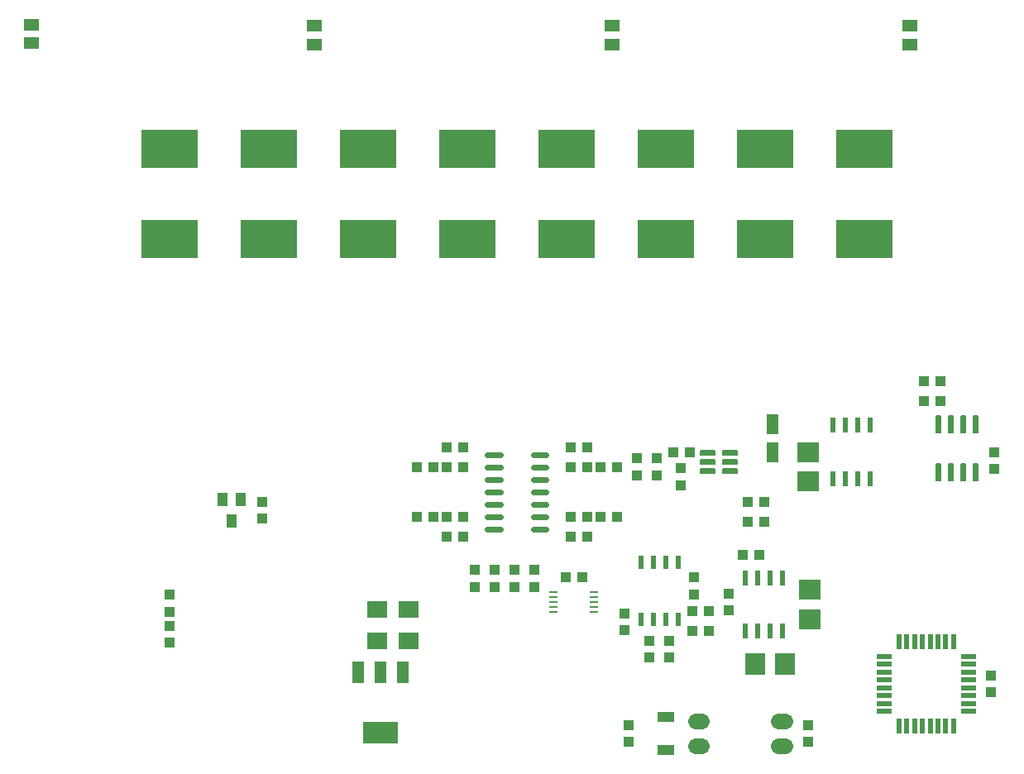
<source format=gbr>
G04 EAGLE Gerber RS-274X export*
G75*
%MOMM*%
%FSLAX34Y34*%
%LPD*%
%INSolderpaste Top*%
%IPPOS*%
%AMOC8*
5,1,8,0,0,1.08239X$1,22.5*%
G01*
%ADD10C,0.600000*%
%ADD11R,1.500000X1.300000*%
%ADD12R,1.000000X1.100000*%
%ADD13R,1.100000X1.000000*%
%ADD14C,0.147500*%
%ADD15R,0.878650X0.251641*%
%ADD16R,0.876600X0.250400*%
%ADD17R,0.875319X0.250016*%
%ADD18R,0.878750X0.249438*%
%ADD19R,0.875531X0.249816*%
%ADD20R,0.874459X0.249709*%
%ADD21R,0.872750X0.249481*%
%ADD22R,0.873809X0.250091*%
%ADD23R,0.874550X0.250172*%
%ADD24R,0.874419X0.250400*%
%ADD25R,1.500000X0.550000*%
%ADD26R,0.550000X1.500000*%
%ADD27R,5.840000X3.940000*%
%ADD28R,0.500000X1.400000*%
%ADD29C,0.150000*%
%ADD30R,0.600000X1.500000*%
%ADD31R,2.000000X2.200000*%
%ADD32R,2.200000X2.000000*%
%ADD33R,1.000000X1.400000*%
%ADD34R,1.219000X2.235000*%
%ADD35R,3.600000X2.200000*%
%ADD36R,2.150000X1.800000*%
%ADD37C,1.600000*%
%ADD38R,1.730000X1.110000*%
%ADD39R,1.200000X2.000000*%


D10*
X592600Y355600D02*
X579600Y355600D01*
X579600Y342900D02*
X592600Y342900D01*
X592600Y330200D02*
X579600Y330200D01*
X579600Y317500D02*
X592600Y317500D01*
X592600Y304800D02*
X579600Y304800D01*
X579600Y292100D02*
X592600Y292100D01*
X592600Y279400D02*
X579600Y279400D01*
X626600Y355600D02*
X639600Y355600D01*
X639600Y342900D02*
X626600Y342900D01*
X626600Y330200D02*
X639600Y330200D01*
X639600Y317500D02*
X626600Y317500D01*
X626600Y304800D02*
X639600Y304800D01*
X639600Y292100D02*
X626600Y292100D01*
X626600Y279400D02*
X639600Y279400D01*
D11*
X113030Y776630D03*
X113030Y795630D03*
D12*
X554600Y342900D03*
X537600Y342900D03*
D13*
X554600Y363220D03*
X537600Y363220D03*
D14*
X797847Y355267D02*
X812473Y355267D01*
X797847Y355267D02*
X797847Y359693D01*
X812473Y359693D01*
X812473Y355267D01*
X812473Y356668D02*
X797847Y356668D01*
X797847Y358069D02*
X812473Y358069D01*
X812473Y359470D02*
X797847Y359470D01*
X797847Y345767D02*
X812473Y345767D01*
X797847Y345767D02*
X797847Y350193D01*
X812473Y350193D01*
X812473Y345767D01*
X812473Y347168D02*
X797847Y347168D01*
X797847Y348569D02*
X812473Y348569D01*
X812473Y349970D02*
X797847Y349970D01*
X797847Y336267D02*
X812473Y336267D01*
X797847Y336267D02*
X797847Y340693D01*
X812473Y340693D01*
X812473Y336267D01*
X812473Y337668D02*
X797847Y337668D01*
X797847Y339069D02*
X812473Y339069D01*
X812473Y340470D02*
X797847Y340470D01*
X820747Y340693D02*
X835373Y340693D01*
X835373Y336267D01*
X820747Y336267D01*
X820747Y340693D01*
X820747Y337668D02*
X835373Y337668D01*
X835373Y339069D02*
X820747Y339069D01*
X820747Y340470D02*
X835373Y340470D01*
X835373Y350193D02*
X820747Y350193D01*
X835373Y350193D02*
X835373Y345767D01*
X820747Y345767D01*
X820747Y350193D01*
X820747Y347168D02*
X835373Y347168D01*
X835373Y348569D02*
X820747Y348569D01*
X820747Y349970D02*
X835373Y349970D01*
X835373Y359693D02*
X820747Y359693D01*
X835373Y359693D02*
X835373Y355267D01*
X820747Y355267D01*
X820747Y359693D01*
X820747Y356668D02*
X835373Y356668D01*
X835373Y358069D02*
X820747Y358069D01*
X820747Y359470D02*
X835373Y359470D01*
D12*
X770010Y358140D03*
X787010Y358140D03*
D13*
X753110Y334400D03*
X753110Y351400D03*
D12*
X732790Y334400D03*
X732790Y351400D03*
D15*
X647377Y214478D03*
D16*
X647387Y209472D03*
D17*
X647393Y204470D03*
D18*
X647376Y199467D03*
D19*
X647392Y194469D03*
D20*
X688648Y194469D03*
D21*
X688656Y199467D03*
D22*
X688651Y204470D03*
D23*
X688647Y209471D03*
D24*
X688648Y214472D03*
D25*
X985700Y148650D03*
X985700Y140650D03*
X985700Y132650D03*
X985700Y124650D03*
X985700Y116650D03*
X985700Y108650D03*
X985700Y100650D03*
X985700Y92650D03*
D26*
X1000700Y77650D03*
X1008700Y77650D03*
X1016700Y77650D03*
X1024700Y77650D03*
X1032700Y77650D03*
X1040700Y77650D03*
X1048700Y77650D03*
X1056700Y77650D03*
D25*
X1071700Y92650D03*
X1071700Y100650D03*
X1071700Y108650D03*
X1071700Y116650D03*
X1071700Y124650D03*
X1071700Y132650D03*
X1071700Y140650D03*
X1071700Y148650D03*
D26*
X1056700Y163650D03*
X1048700Y163650D03*
X1040700Y163650D03*
X1032700Y163650D03*
X1024700Y163650D03*
X1016700Y163650D03*
X1008700Y163650D03*
X1000700Y163650D03*
D12*
X1094740Y112150D03*
X1094740Y129150D03*
X507120Y342900D03*
X524120Y342900D03*
D11*
X402590Y775360D03*
X402590Y794360D03*
D12*
X554600Y292100D03*
X537600Y292100D03*
D13*
X554600Y271780D03*
X537600Y271780D03*
D12*
X507120Y292100D03*
X524120Y292100D03*
D11*
X707390Y775360D03*
X707390Y794360D03*
D12*
X664600Y292100D03*
X681600Y292100D03*
D13*
X664600Y271780D03*
X681600Y271780D03*
D12*
X712080Y292100D03*
X695080Y292100D03*
D11*
X1012190Y775360D03*
X1012190Y794360D03*
D12*
X664600Y342900D03*
X681600Y342900D03*
D13*
X664600Y363220D03*
X681600Y363220D03*
D12*
X712080Y342900D03*
X695080Y342900D03*
D27*
X254000Y576550D03*
X254000Y668050D03*
X355600Y576550D03*
X355600Y668050D03*
X457200Y576550D03*
X457200Y668050D03*
X558800Y576550D03*
X558800Y668050D03*
X660400Y576550D03*
X660400Y668050D03*
X762000Y576550D03*
X762000Y668050D03*
X863600Y576550D03*
X863600Y668050D03*
X965200Y576550D03*
X965200Y668050D03*
D13*
X745490Y147710D03*
X745490Y164710D03*
X720090Y175650D03*
X720090Y192650D03*
X765810Y147710D03*
X765810Y164710D03*
D12*
X806060Y175260D03*
X789060Y175260D03*
D13*
X676520Y229870D03*
X659520Y229870D03*
D12*
X777240Y324240D03*
X777240Y341240D03*
X863210Y307340D03*
X846210Y307340D03*
X863210Y287020D03*
X846210Y287020D03*
D28*
X736600Y186900D03*
X749300Y186900D03*
X762000Y186900D03*
X774700Y186900D03*
X774700Y244900D03*
X762000Y244900D03*
X749300Y244900D03*
X736600Y244900D03*
D29*
X1077250Y377750D02*
X1077250Y395250D01*
X1081750Y395250D01*
X1081750Y377750D01*
X1077250Y377750D01*
X1077250Y379175D02*
X1081750Y379175D01*
X1081750Y380600D02*
X1077250Y380600D01*
X1077250Y382025D02*
X1081750Y382025D01*
X1081750Y383450D02*
X1077250Y383450D01*
X1077250Y384875D02*
X1081750Y384875D01*
X1081750Y386300D02*
X1077250Y386300D01*
X1077250Y387725D02*
X1081750Y387725D01*
X1081750Y389150D02*
X1077250Y389150D01*
X1077250Y390575D02*
X1081750Y390575D01*
X1081750Y392000D02*
X1077250Y392000D01*
X1077250Y393425D02*
X1081750Y393425D01*
X1081750Y394850D02*
X1077250Y394850D01*
X1064550Y395250D02*
X1064550Y377750D01*
X1064550Y395250D02*
X1069050Y395250D01*
X1069050Y377750D01*
X1064550Y377750D01*
X1064550Y379175D02*
X1069050Y379175D01*
X1069050Y380600D02*
X1064550Y380600D01*
X1064550Y382025D02*
X1069050Y382025D01*
X1069050Y383450D02*
X1064550Y383450D01*
X1064550Y384875D02*
X1069050Y384875D01*
X1069050Y386300D02*
X1064550Y386300D01*
X1064550Y387725D02*
X1069050Y387725D01*
X1069050Y389150D02*
X1064550Y389150D01*
X1064550Y390575D02*
X1069050Y390575D01*
X1069050Y392000D02*
X1064550Y392000D01*
X1064550Y393425D02*
X1069050Y393425D01*
X1069050Y394850D02*
X1064550Y394850D01*
X1051850Y395250D02*
X1051850Y377750D01*
X1051850Y395250D02*
X1056350Y395250D01*
X1056350Y377750D01*
X1051850Y377750D01*
X1051850Y379175D02*
X1056350Y379175D01*
X1056350Y380600D02*
X1051850Y380600D01*
X1051850Y382025D02*
X1056350Y382025D01*
X1056350Y383450D02*
X1051850Y383450D01*
X1051850Y384875D02*
X1056350Y384875D01*
X1056350Y386300D02*
X1051850Y386300D01*
X1051850Y387725D02*
X1056350Y387725D01*
X1056350Y389150D02*
X1051850Y389150D01*
X1051850Y390575D02*
X1056350Y390575D01*
X1056350Y392000D02*
X1051850Y392000D01*
X1051850Y393425D02*
X1056350Y393425D01*
X1056350Y394850D02*
X1051850Y394850D01*
X1039150Y395250D02*
X1039150Y377750D01*
X1039150Y395250D02*
X1043650Y395250D01*
X1043650Y377750D01*
X1039150Y377750D01*
X1039150Y379175D02*
X1043650Y379175D01*
X1043650Y380600D02*
X1039150Y380600D01*
X1039150Y382025D02*
X1043650Y382025D01*
X1043650Y383450D02*
X1039150Y383450D01*
X1039150Y384875D02*
X1043650Y384875D01*
X1043650Y386300D02*
X1039150Y386300D01*
X1039150Y387725D02*
X1043650Y387725D01*
X1043650Y389150D02*
X1039150Y389150D01*
X1039150Y390575D02*
X1043650Y390575D01*
X1043650Y392000D02*
X1039150Y392000D01*
X1039150Y393425D02*
X1043650Y393425D01*
X1043650Y394850D02*
X1039150Y394850D01*
X1039150Y346150D02*
X1039150Y328650D01*
X1039150Y346150D02*
X1043650Y346150D01*
X1043650Y328650D01*
X1039150Y328650D01*
X1039150Y330075D02*
X1043650Y330075D01*
X1043650Y331500D02*
X1039150Y331500D01*
X1039150Y332925D02*
X1043650Y332925D01*
X1043650Y334350D02*
X1039150Y334350D01*
X1039150Y335775D02*
X1043650Y335775D01*
X1043650Y337200D02*
X1039150Y337200D01*
X1039150Y338625D02*
X1043650Y338625D01*
X1043650Y340050D02*
X1039150Y340050D01*
X1039150Y341475D02*
X1043650Y341475D01*
X1043650Y342900D02*
X1039150Y342900D01*
X1039150Y344325D02*
X1043650Y344325D01*
X1043650Y345750D02*
X1039150Y345750D01*
X1051850Y346150D02*
X1051850Y328650D01*
X1051850Y346150D02*
X1056350Y346150D01*
X1056350Y328650D01*
X1051850Y328650D01*
X1051850Y330075D02*
X1056350Y330075D01*
X1056350Y331500D02*
X1051850Y331500D01*
X1051850Y332925D02*
X1056350Y332925D01*
X1056350Y334350D02*
X1051850Y334350D01*
X1051850Y335775D02*
X1056350Y335775D01*
X1056350Y337200D02*
X1051850Y337200D01*
X1051850Y338625D02*
X1056350Y338625D01*
X1056350Y340050D02*
X1051850Y340050D01*
X1051850Y341475D02*
X1056350Y341475D01*
X1056350Y342900D02*
X1051850Y342900D01*
X1051850Y344325D02*
X1056350Y344325D01*
X1056350Y345750D02*
X1051850Y345750D01*
X1064550Y346150D02*
X1064550Y328650D01*
X1064550Y346150D02*
X1069050Y346150D01*
X1069050Y328650D01*
X1064550Y328650D01*
X1064550Y330075D02*
X1069050Y330075D01*
X1069050Y331500D02*
X1064550Y331500D01*
X1064550Y332925D02*
X1069050Y332925D01*
X1069050Y334350D02*
X1064550Y334350D01*
X1064550Y335775D02*
X1069050Y335775D01*
X1069050Y337200D02*
X1064550Y337200D01*
X1064550Y338625D02*
X1069050Y338625D01*
X1069050Y340050D02*
X1064550Y340050D01*
X1064550Y341475D02*
X1069050Y341475D01*
X1069050Y342900D02*
X1064550Y342900D01*
X1064550Y344325D02*
X1069050Y344325D01*
X1069050Y345750D02*
X1064550Y345750D01*
X1077250Y346150D02*
X1077250Y328650D01*
X1077250Y346150D02*
X1081750Y346150D01*
X1081750Y328650D01*
X1077250Y328650D01*
X1077250Y330075D02*
X1081750Y330075D01*
X1081750Y331500D02*
X1077250Y331500D01*
X1077250Y332925D02*
X1081750Y332925D01*
X1081750Y334350D02*
X1077250Y334350D01*
X1077250Y335775D02*
X1081750Y335775D01*
X1081750Y337200D02*
X1077250Y337200D01*
X1077250Y338625D02*
X1081750Y338625D01*
X1081750Y340050D02*
X1077250Y340050D01*
X1077250Y341475D02*
X1081750Y341475D01*
X1081750Y342900D02*
X1077250Y342900D01*
X1077250Y344325D02*
X1081750Y344325D01*
X1081750Y345750D02*
X1077250Y345750D01*
D13*
X1043550Y430530D03*
X1026550Y430530D03*
X1043550Y410210D03*
X1026550Y410210D03*
D12*
X1098550Y340750D03*
X1098550Y357750D03*
D30*
X855980Y174430D03*
X855980Y229430D03*
X843280Y174430D03*
X868680Y174430D03*
X881380Y174430D03*
X843280Y229430D03*
X868680Y229430D03*
X881380Y229430D03*
D31*
X853680Y140970D03*
X883680Y140970D03*
D32*
X909320Y186930D03*
X909320Y216930D03*
D13*
X841130Y252730D03*
X858130Y252730D03*
X789060Y195580D03*
X806060Y195580D03*
D12*
X791210Y212480D03*
X791210Y229480D03*
D33*
X317500Y287450D03*
X308000Y309450D03*
X327000Y309450D03*
D13*
X349250Y289950D03*
X349250Y306950D03*
D12*
X826770Y212970D03*
X826770Y195970D03*
D13*
X254000Y162950D03*
X254000Y179950D03*
X254000Y194700D03*
X254000Y211700D03*
D34*
X493010Y132590D03*
X469900Y132590D03*
X446790Y132590D03*
D35*
X469900Y70610D03*
D36*
X466350Y196850D03*
X498850Y196850D03*
X466350Y165100D03*
X498850Y165100D03*
D13*
X723900Y78350D03*
X723900Y61350D03*
D37*
X792450Y82550D02*
X798950Y82550D01*
X798950Y57150D02*
X792450Y57150D01*
X877450Y57150D02*
X883950Y57150D01*
X883950Y82550D02*
X877450Y82550D01*
D13*
X908050Y78350D03*
X908050Y61350D03*
D38*
X762000Y86900D03*
X762000Y52800D03*
D13*
X627380Y220100D03*
X627380Y237100D03*
X607060Y220100D03*
X607060Y237100D03*
X586740Y220100D03*
X586740Y237100D03*
X566420Y220100D03*
X566420Y237100D03*
D30*
X946150Y330640D03*
X946150Y385640D03*
X933450Y330640D03*
X958850Y330640D03*
X971550Y330640D03*
X933450Y385640D03*
X958850Y385640D03*
X971550Y385640D03*
D32*
X908050Y327900D03*
X908050Y357900D03*
D39*
X871220Y386110D03*
X871220Y358110D03*
M02*

</source>
